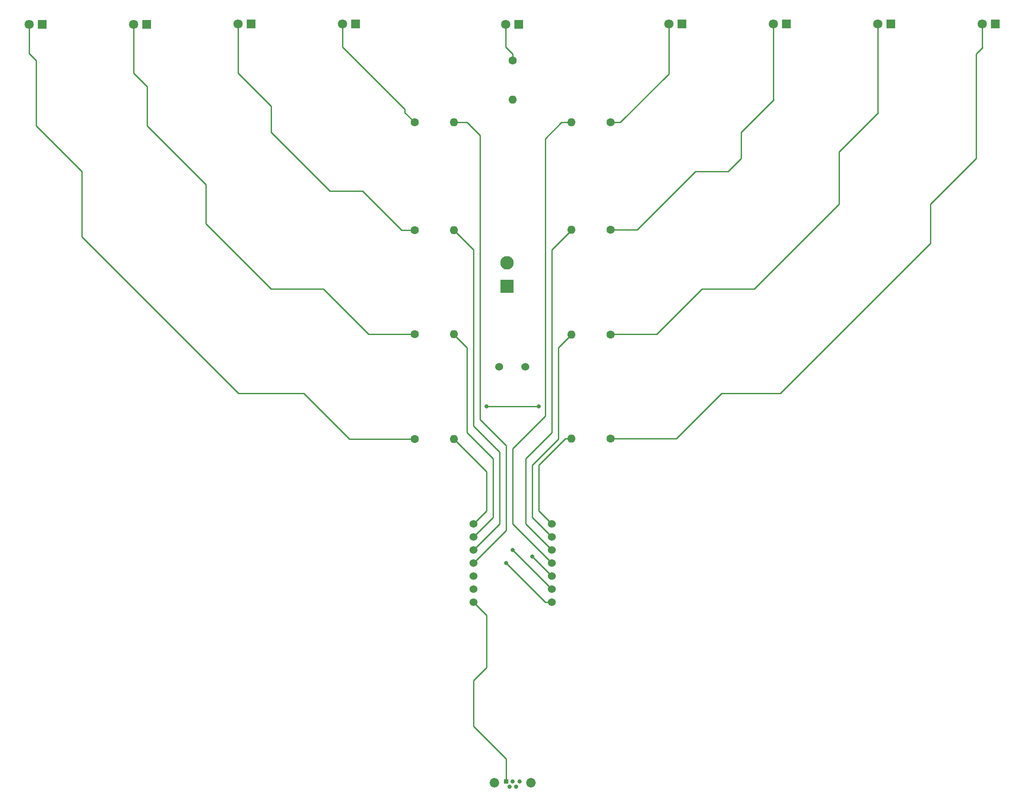
<source format=gbr>
%TF.GenerationSoftware,KiCad,Pcbnew,(6.0.6)*%
%TF.CreationDate,2022-07-10T00:11:48-04:00*%
%TF.ProjectId,CircuitPythonukiah,43697263-7569-4745-9079-74686f6e756b,rev?*%
%TF.SameCoordinates,Original*%
%TF.FileFunction,Copper,L1,Top*%
%TF.FilePolarity,Positive*%
%FSLAX46Y46*%
G04 Gerber Fmt 4.6, Leading zero omitted, Abs format (unit mm)*
G04 Created by KiCad (PCBNEW (6.0.6)) date 2022-07-10 00:11:48*
%MOMM*%
%LPD*%
G01*
G04 APERTURE LIST*
%TA.AperFunction,ComponentPad*%
%ADD10C,2.625000*%
%TD*%
%TA.AperFunction,ComponentPad*%
%ADD11R,2.625000X2.625000*%
%TD*%
%TA.AperFunction,ComponentPad*%
%ADD12R,1.800000X1.800000*%
%TD*%
%TA.AperFunction,ComponentPad*%
%ADD13C,1.800000*%
%TD*%
%TA.AperFunction,ComponentPad*%
%ADD14C,1.600000*%
%TD*%
%TA.AperFunction,ComponentPad*%
%ADD15O,1.600000X1.600000*%
%TD*%
%TA.AperFunction,ComponentPad*%
%ADD16C,1.524000*%
%TD*%
%TA.AperFunction,ComponentPad*%
%ADD17R,0.840000X0.840000*%
%TD*%
%TA.AperFunction,ComponentPad*%
%ADD18C,0.840000*%
%TD*%
%TA.AperFunction,ComponentPad*%
%ADD19C,1.850000*%
%TD*%
%TA.AperFunction,ViaPad*%
%ADD20C,0.800000*%
%TD*%
%TA.AperFunction,Conductor*%
%ADD21C,0.250000*%
%TD*%
G04 APERTURE END LIST*
D10*
%TO.P,SW1,2*%
%TO.N,3V*%
X127180000Y-88900000D03*
D11*
%TO.P,SW1,1*%
%TO.N,MUTE_BTN*%
X127180000Y-93500000D03*
%TD*%
D12*
%TO.P,D8,1,K*%
%TO.N,GND*%
X222144258Y-42439258D03*
D13*
%TO.P,D8,2,A*%
%TO.N,Net-(D8-Pad2)*%
X219604258Y-42439258D03*
%TD*%
D14*
%TO.P,R4,1*%
%TO.N,Net-(D4-Pad2)*%
X109220000Y-61595000D03*
D15*
%TO.P,R4,2*%
%TO.N,LED4*%
X116840000Y-61595000D03*
%TD*%
D14*
%TO.P,R9,1*%
%TO.N,Net-(D9-Pad2)*%
X128270000Y-49530000D03*
D15*
%TO.P,R9,2*%
%TO.N,SHAMASH*%
X128270000Y-57150000D03*
%TD*%
D12*
%TO.P,D9,1,K*%
%TO.N,GND*%
X129439258Y-42479258D03*
D13*
%TO.P,D9,2,A*%
%TO.N,Net-(D9-Pad2)*%
X126899258Y-42479258D03*
%TD*%
D14*
%TO.P,R3,1*%
%TO.N,Net-(D3-Pad2)*%
X109220000Y-82550000D03*
D15*
%TO.P,R3,2*%
%TO.N,LED3*%
X116840000Y-82550000D03*
%TD*%
D14*
%TO.P,R7,1*%
%TO.N,Net-(D7-Pad2)*%
X147320000Y-102870000D03*
D15*
%TO.P,R7,2*%
%TO.N,LED7*%
X139700000Y-102870000D03*
%TD*%
D14*
%TO.P,R6,1*%
%TO.N,Net-(D6-Pad2)*%
X147320000Y-82444258D03*
D15*
%TO.P,R6,2*%
%TO.N,LED6*%
X139700000Y-82444258D03*
%TD*%
D12*
%TO.P,D7,1,K*%
%TO.N,GND*%
X201824258Y-42439258D03*
D13*
%TO.P,D7,2,A*%
%TO.N,Net-(D7-Pad2)*%
X199284258Y-42439258D03*
%TD*%
D12*
%TO.P,D4,1,K*%
%TO.N,GND*%
X97684258Y-42439258D03*
D13*
%TO.P,D4,2,A*%
%TO.N,Net-(D4-Pad2)*%
X95144258Y-42439258D03*
%TD*%
D14*
%TO.P,R5,1*%
%TO.N,Net-(D5-Pad2)*%
X147320000Y-61595000D03*
D15*
%TO.P,R5,2*%
%TO.N,LED5*%
X139700000Y-61595000D03*
%TD*%
D12*
%TO.P,D3,1,K*%
%TO.N,GND*%
X77364258Y-42439258D03*
D13*
%TO.P,D3,2,A*%
%TO.N,Net-(D3-Pad2)*%
X74824258Y-42439258D03*
%TD*%
D14*
%TO.P,R8,1*%
%TO.N,Net-(D8-Pad2)*%
X147320000Y-123084258D03*
D15*
%TO.P,R8,2*%
%TO.N,LED8*%
X139700000Y-123084258D03*
%TD*%
D14*
%TO.P,R1,1*%
%TO.N,Net-(D1-Pad2)*%
X109220000Y-123190000D03*
D15*
%TO.P,R1,2*%
%TO.N,LED1*%
X116840000Y-123190000D03*
%TD*%
D12*
%TO.P,D5,1,K*%
%TO.N,GND*%
X161184258Y-42439258D03*
D13*
%TO.P,D5,2,A*%
%TO.N,Net-(D5-Pad2)*%
X158644258Y-42439258D03*
%TD*%
D12*
%TO.P,D6,1,K*%
%TO.N,GND*%
X181504258Y-42439258D03*
D13*
%TO.P,D6,2,A*%
%TO.N,Net-(D6-Pad2)*%
X178964258Y-42439258D03*
%TD*%
D16*
%TO.P,U1,1,5V*%
%TO.N,5V*%
X120650000Y-154940000D03*
%TO.P,U1,2,GND*%
%TO.N,GND*%
X120650000Y-152400000D03*
%TO.P,U1,3,3V*%
%TO.N,3V*%
X120650000Y-149860000D03*
%TO.P,U1,4,MO*%
%TO.N,LED4*%
X120650000Y-147320000D03*
%TO.P,U1,5,MI*%
%TO.N,LED3*%
X120650000Y-144780000D03*
%TO.P,U1,6,SCK*%
%TO.N,LED2*%
X120650000Y-142240000D03*
%TO.P,U1,7,RX*%
%TO.N,LED1*%
X120650000Y-139700000D03*
%TO.P,U1,8,A0*%
%TO.N,SPKR*%
X135890000Y-154940000D03*
%TO.P,U1,9,A1*%
%TO.N,MUTE_BTN*%
X135890000Y-152400000D03*
%TO.P,U1,10,A2*%
%TO.N,SHAMASH*%
X135890000Y-149860000D03*
%TO.P,U1,11,A3*%
%TO.N,LED5*%
X135890000Y-147320000D03*
%TO.P,U1,12,SDA*%
%TO.N,LED6*%
X135890000Y-144780000D03*
%TO.P,U1,13,SCL*%
%TO.N,LED7*%
X135890000Y-142240000D03*
%TO.P,U1,14,TX*%
%TO.N,LED8*%
X135890000Y-139700000D03*
%TD*%
D17*
%TO.P,J1,1,VBUS*%
%TO.N,5V*%
X127000000Y-189835000D03*
D18*
%TO.P,J1,2,D-*%
%TO.N,unconnected-(J1-Pad2)*%
X127650000Y-190835000D03*
%TO.P,J1,3,D+*%
%TO.N,unconnected-(J1-Pad3)*%
X128300000Y-189835000D03*
%TO.P,J1,4,ID*%
%TO.N,unconnected-(J1-Pad4)*%
X128950000Y-190835000D03*
%TO.P,J1,5,GND*%
%TO.N,GND*%
X129600000Y-189835000D03*
D19*
%TO.P,J1,6,Shield*%
X131875000Y-190055000D03*
X124725000Y-190055000D03*
%TD*%
D14*
%TO.P,R2,1*%
%TO.N,Net-(D2-Pad2)*%
X109220000Y-102764258D03*
D15*
%TO.P,R2,2*%
%TO.N,LED2*%
X116840000Y-102764258D03*
%TD*%
D12*
%TO.P,D2,1,K*%
%TO.N,GND*%
X57049258Y-42479258D03*
D13*
%TO.P,D2,2,A*%
%TO.N,Net-(D2-Pad2)*%
X54509258Y-42479258D03*
%TD*%
D16*
%TO.P,LS1,2,2*%
%TO.N,GND*%
X130704258Y-109114258D03*
%TO.P,LS1,1,1*%
%TO.N,SPKR*%
X125624258Y-109114258D03*
%TD*%
D12*
%TO.P,D1,1,K*%
%TO.N,GND*%
X36724258Y-42479258D03*
D13*
%TO.P,D1,2,A*%
%TO.N,Net-(D1-Pad2)*%
X34184258Y-42479258D03*
%TD*%
D20*
%TO.N,GND*%
X133350000Y-116840000D03*
X123190000Y-116840000D03*
%TO.N,SHAMASH*%
X132080000Y-146050000D03*
%TO.N,MUTE_BTN*%
X128270000Y-144780000D03*
%TO.N,SPKR*%
X127000000Y-147320000D03*
%TD*%
D21*
%TO.N,GND*%
X133350000Y-116840000D02*
X123190000Y-116840000D01*
%TO.N,5V*%
X120650000Y-170180000D02*
X120650000Y-179070000D01*
X120650000Y-154940000D02*
X123190000Y-157480000D01*
X123190000Y-167640000D02*
X120650000Y-170180000D01*
X127000000Y-185420000D02*
X127000000Y-189835000D01*
X123190000Y-158750000D02*
X123190000Y-167640000D01*
X120650000Y-179070000D02*
X127000000Y-185420000D01*
X123190000Y-157480000D02*
X123190000Y-158750000D01*
%TO.N,SHAMASH*%
X132080000Y-146050000D02*
X135890000Y-149860000D01*
%TO.N,MUTE_BTN*%
X128270000Y-144780000D02*
X135890000Y-152400000D01*
%TO.N,SPKR*%
X134620000Y-154940000D02*
X135890000Y-154940000D01*
X127000000Y-147320000D02*
X134620000Y-154940000D01*
%TO.N,LED1*%
X123190000Y-137160000D02*
X120650000Y-139700000D01*
X123190000Y-129540000D02*
X123190000Y-137160000D01*
X116840000Y-123190000D02*
X123190000Y-129540000D01*
%TO.N,LED2*%
X119380000Y-121920000D02*
X119380000Y-105410000D01*
X124460000Y-127000000D02*
X119380000Y-121920000D01*
X120650000Y-142240000D02*
X124460000Y-138430000D01*
X124460000Y-138430000D02*
X124460000Y-127000000D01*
X119380000Y-105410000D02*
X116840000Y-102870000D01*
X116840000Y-102870000D02*
X116840000Y-102764258D01*
%TO.N,LED3*%
X120650000Y-120650000D02*
X125730000Y-125730000D01*
X116734258Y-82444258D02*
X120650000Y-86360000D01*
X125730000Y-125730000D02*
X125730000Y-139700000D01*
X125730000Y-139700000D02*
X120650000Y-144780000D01*
X120650000Y-86360000D02*
X120650000Y-120650000D01*
%TO.N,LED4*%
X117475000Y-61595000D02*
X119380000Y-61595000D01*
X121920000Y-119380000D02*
X127000000Y-124460000D01*
X119380000Y-61595000D02*
X121920000Y-64135000D01*
X127000000Y-124460000D02*
X127000000Y-140970000D01*
X121920000Y-64135000D02*
X121920000Y-119380000D01*
X127000000Y-140970000D02*
X120650000Y-147320000D01*
%TO.N,LED5*%
X128270000Y-139700000D02*
X128270000Y-125095000D01*
X134620000Y-118745000D02*
X134620000Y-64770000D01*
X134620000Y-64770000D02*
X137795000Y-61595000D01*
X128270000Y-125095000D02*
X134620000Y-118745000D01*
X135890000Y-147320000D02*
X128270000Y-139700000D01*
X137795000Y-61595000D02*
X139700000Y-61595000D01*
%TO.N,LED6*%
X130810000Y-127000000D02*
X135890000Y-121920000D01*
X130810000Y-139700000D02*
X130810000Y-127000000D01*
X130810000Y-139700000D02*
X135890000Y-144780000D01*
X135890000Y-121920000D02*
X135890000Y-86360000D01*
X135890000Y-86360000D02*
X139805742Y-82444258D01*
%TO.N,LED8*%
X133350000Y-128270000D02*
X138535742Y-123084258D01*
X138535742Y-123084258D02*
X139594258Y-123084258D01*
X133350000Y-137160000D02*
X135890000Y-139700000D01*
X133350000Y-137160000D02*
X133350000Y-128270000D01*
%TO.N,LED7*%
X139700000Y-102870000D02*
X137160000Y-105410000D01*
X137160000Y-123190000D02*
X137160000Y-105410000D01*
X132080000Y-138430000D02*
X132080000Y-128270000D01*
X135890000Y-142240000D02*
X132080000Y-138430000D01*
X132080000Y-128270000D02*
X137160000Y-123190000D01*
%TO.N,Net-(D1-Pad2)*%
X35560000Y-62230000D02*
X35560000Y-49530000D01*
X87630000Y-114300000D02*
X74930000Y-114300000D01*
X74930000Y-114300000D02*
X44450000Y-83820000D01*
X44450000Y-83820000D02*
X44450000Y-71120000D01*
X35560000Y-49530000D02*
X34184258Y-48154258D01*
X44450000Y-71120000D02*
X35560000Y-62230000D01*
X109220000Y-123190000D02*
X96520000Y-123190000D01*
X96520000Y-123190000D02*
X87630000Y-114300000D01*
X34184258Y-48154258D02*
X34184258Y-42479258D01*
%TO.N,Net-(D2-Pad2)*%
X57150000Y-54610000D02*
X57150000Y-62230000D01*
X54509258Y-51969258D02*
X57150000Y-54610000D01*
X68580000Y-81280000D02*
X81280000Y-93980000D01*
X57150000Y-62230000D02*
X68580000Y-73660000D01*
X91440000Y-93980000D02*
X100224258Y-102764258D01*
X100224258Y-102764258D02*
X109220000Y-102764258D01*
X68580000Y-73660000D02*
X68580000Y-81280000D01*
X54509258Y-42479258D02*
X54509258Y-51969258D01*
X81280000Y-93980000D02*
X91440000Y-93980000D01*
%TO.N,Net-(D3-Pad2)*%
X81280000Y-63500000D02*
X81280000Y-58420000D01*
X106680000Y-82550000D02*
X99060000Y-74930000D01*
X106680000Y-82550000D02*
X109220000Y-82550000D01*
X74824258Y-51964258D02*
X74824258Y-42439258D01*
X99060000Y-74930000D02*
X92710000Y-74930000D01*
X81280000Y-58420000D02*
X74824258Y-51964258D01*
X92710000Y-74930000D02*
X81280000Y-63500000D01*
%TO.N,Net-(D4-Pad2)*%
X107315000Y-59055000D02*
X107315000Y-59690000D01*
X107315000Y-59055000D02*
X95144258Y-46884258D01*
X107315000Y-59690000D02*
X109220000Y-61595000D01*
X95144258Y-46884258D02*
X95144258Y-42439258D01*
%TO.N,Net-(D5-Pad2)*%
X149225000Y-61595000D02*
X147320000Y-61595000D01*
X149225000Y-61595000D02*
X158644258Y-52175742D01*
X158644258Y-52175742D02*
X158644258Y-42439258D01*
%TO.N,Net-(D6-Pad2)*%
X170180000Y-71120000D02*
X172720000Y-68580000D01*
X172720000Y-63500000D02*
X179070000Y-57150000D01*
X172720000Y-68580000D02*
X172720000Y-63500000D01*
X178964258Y-57044258D02*
X178964258Y-42439258D01*
X152294258Y-82444258D02*
X152505742Y-82444258D01*
X147320000Y-82444258D02*
X152294258Y-82444258D01*
X152505742Y-82444258D02*
X163830000Y-71120000D01*
X179070000Y-57150000D02*
X178964258Y-57044258D01*
X163830000Y-71120000D02*
X170180000Y-71120000D01*
%TO.N,Net-(D7-Pad2)*%
X199390000Y-59690000D02*
X191770000Y-67310000D01*
X165100000Y-93980000D02*
X156315742Y-102764258D01*
X199284258Y-59584258D02*
X199390000Y-59690000D01*
X175260000Y-93980000D02*
X165100000Y-93980000D01*
X199284258Y-42439258D02*
X199284258Y-59584258D01*
X191770000Y-67310000D02*
X191770000Y-77470000D01*
X191770000Y-77470000D02*
X175260000Y-93980000D01*
X156315742Y-102764258D02*
X147320000Y-102764258D01*
%TO.N,Net-(D8-Pad2)*%
X209550000Y-77470000D02*
X209550000Y-85090000D01*
X147320000Y-123084258D02*
X160125742Y-123084258D01*
X219710000Y-46990000D02*
X218440000Y-48260000D01*
X168910000Y-114300000D02*
X160125742Y-123084258D01*
X219604258Y-42439258D02*
X219604258Y-46884258D01*
X218440000Y-68580000D02*
X209550000Y-77470000D01*
X219604258Y-46884258D02*
X219710000Y-46990000D01*
X180340000Y-114300000D02*
X168910000Y-114300000D01*
X209550000Y-85090000D02*
X180340000Y-114300000D01*
X218440000Y-48260000D02*
X218440000Y-68580000D01*
%TO.N,Net-(D9-Pad2)*%
X128270000Y-48260000D02*
X128270000Y-49530000D01*
X126899258Y-46889258D02*
X128270000Y-48260000D01*
X126899258Y-42479258D02*
X126899258Y-46889258D01*
%TD*%
M02*

</source>
